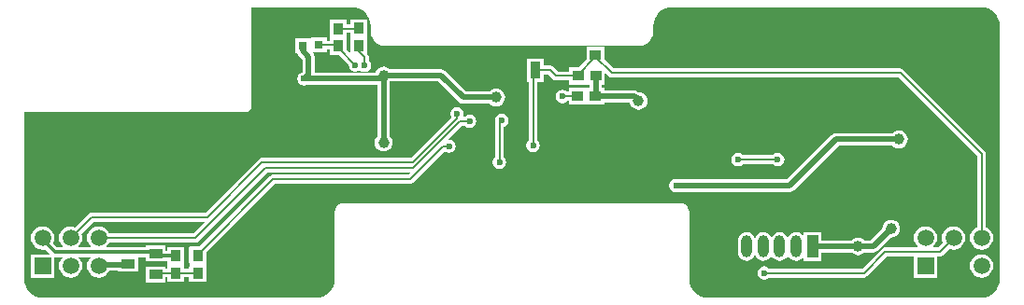
<source format=gtl>
G04 Layer_Physical_Order=1*
G04 Layer_Color=255*
%FSLAX44Y44*%
%MOMM*%
G71*
G01*
G75*
%ADD10R,0.9500X1.0000*%
%ADD11R,1.2000X0.8500*%
%ADD12R,1.0000X0.9500*%
%ADD13R,0.8000X0.7500*%
%ADD14R,1.4500X0.8000*%
%ADD15R,0.9000X1.5000*%
%ADD16C,0.5000*%
%ADD17C,0.2000*%
%ADD18C,0.3000*%
%ADD19R,1.0000X2.0000*%
%ADD20O,1.0000X2.0000*%
%ADD21C,1.5000*%
%ADD22R,1.5000X1.5000*%
%ADD23C,1.0000*%
%ADD24C,0.6000*%
%ADD25C,1.0000*%
%ADD26C,0.6600*%
G36*
X853696Y234666D02*
X856864Y233705D01*
X859784Y232144D01*
X862344Y230044D01*
X864445Y227484D01*
X866006Y224564D01*
X866967Y221395D01*
X867287Y218148D01*
X867277Y218100D01*
Y-11900D01*
X867287Y-11948D01*
X866967Y-15195D01*
X866006Y-18364D01*
X864445Y-21284D01*
X862344Y-23844D01*
X859784Y-25944D01*
X856864Y-27505D01*
X853696Y-28466D01*
X850449Y-28786D01*
X850400Y-28777D01*
X602900D01*
X602852Y-28786D01*
X599605Y-28466D01*
X596437Y-27505D01*
X593516Y-25944D01*
X590957Y-23844D01*
X588856Y-21284D01*
X587295Y-18364D01*
X586334Y-15195D01*
X586014Y-11948D01*
X586024Y-11900D01*
Y49100D01*
X586033D01*
X585756Y51205D01*
X584944Y53167D01*
X583651Y54851D01*
X581967Y56143D01*
X580005Y56956D01*
X577900Y57233D01*
Y57224D01*
X272900D01*
Y57233D01*
X270795Y56956D01*
X268834Y56143D01*
X267149Y54851D01*
X265857Y53167D01*
X265044Y51205D01*
X264767Y49100D01*
X264777D01*
Y-11900D01*
X264786Y-11948D01*
X264466Y-15195D01*
X263505Y-18364D01*
X261944Y-21284D01*
X259844Y-23844D01*
X257284Y-25944D01*
X254364Y-27505D01*
X251195Y-28466D01*
X247948Y-28786D01*
X247900Y-28777D01*
X400D01*
X352Y-28786D01*
X-2895Y-28466D01*
X-6064Y-27505D01*
X-8984Y-25944D01*
X-11544Y-23844D01*
X-13644Y-21284D01*
X-15205Y-18364D01*
X-16166Y-15195D01*
X-16486Y-11948D01*
X-16477Y-11900D01*
Y140188D01*
X186166D01*
X189166Y143188D01*
Y234977D01*
X280400D01*
X280448Y234986D01*
X283695Y234666D01*
X286864Y233705D01*
X289784Y232144D01*
X292344Y230044D01*
X294444Y227484D01*
X296005Y224564D01*
X296966Y221395D01*
X297286Y218148D01*
X297277Y218100D01*
Y213100D01*
X297224D01*
X297673Y209690D01*
X298989Y206512D01*
X301083Y203783D01*
X303812Y201689D01*
X306990Y200373D01*
X310400Y199924D01*
Y199977D01*
X540400D01*
Y199924D01*
X543811Y200373D01*
X546988Y201689D01*
X549717Y203783D01*
X551811Y206512D01*
X553128Y209690D01*
X553577Y213100D01*
X553524D01*
Y218100D01*
X553514Y218148D01*
X553834Y221395D01*
X554795Y224564D01*
X556356Y227484D01*
X558457Y230044D01*
X561016Y232144D01*
X563937Y233705D01*
X567105Y234666D01*
X570352Y234986D01*
X570400Y234977D01*
X850400D01*
X850449Y234986D01*
X853696Y234666D01*
D02*
G37*
%LPC*%
G36*
X769000Y42069D02*
X766912Y41794D01*
X764966Y40988D01*
X763294Y39706D01*
X762012Y38035D01*
X761206Y36088D01*
X760931Y34000D01*
X760947Y33878D01*
X750445Y23375D01*
X744781D01*
X744706Y23473D01*
X743035Y24756D01*
X741088Y25562D01*
X739000Y25837D01*
X736912Y25562D01*
X734966Y24756D01*
X733294Y23473D01*
X733219Y23375D01*
X705952D01*
Y30768D01*
X689952D01*
Y26773D01*
X689940Y26802D01*
X688658Y28473D01*
X686986Y29756D01*
X685040Y30562D01*
X682952Y30837D01*
X680864Y30562D01*
X678917Y29756D01*
X677246Y28473D01*
X675964Y26802D01*
X675452Y25566D01*
X674940Y26802D01*
X673658Y28473D01*
X671986Y29756D01*
X670040Y30562D01*
X667952Y30837D01*
X665864Y30562D01*
X663917Y29756D01*
X662246Y28473D01*
X660964Y26802D01*
X660452Y25566D01*
X659940Y26802D01*
X658658Y28473D01*
X656986Y29756D01*
X655040Y30562D01*
X652952Y30837D01*
X650863Y30562D01*
X648917Y29756D01*
X647246Y28473D01*
X645964Y26802D01*
X645452Y25566D01*
X644940Y26802D01*
X643658Y28473D01*
X641986Y29756D01*
X640040Y30562D01*
X637952Y30837D01*
X635863Y30562D01*
X633918Y29756D01*
X632246Y28473D01*
X630964Y26802D01*
X630158Y24856D01*
X629883Y22768D01*
Y12768D01*
X630158Y10679D01*
X630964Y8733D01*
X632246Y7062D01*
X633918Y5780D01*
X635863Y4974D01*
X637952Y4699D01*
X640040Y4974D01*
X641986Y5780D01*
X643658Y7062D01*
X644940Y8733D01*
X645452Y9969D01*
X645964Y8733D01*
X647246Y7062D01*
X648917Y5780D01*
X650863Y4974D01*
X652952Y4699D01*
X655040Y4974D01*
X656986Y5780D01*
X658658Y7062D01*
X659940Y8733D01*
X660452Y9969D01*
X660964Y8733D01*
X662246Y7062D01*
X663917Y5780D01*
X665864Y4974D01*
X667952Y4699D01*
X670040Y4974D01*
X671986Y5780D01*
X673658Y7062D01*
X674940Y8733D01*
X675452Y9969D01*
X675964Y8733D01*
X677246Y7062D01*
X678917Y5780D01*
X680864Y4974D01*
X682952Y4699D01*
X685040Y4974D01*
X686986Y5780D01*
X688658Y7062D01*
X689940Y8733D01*
X689952Y8762D01*
Y4768D01*
X705952D01*
Y12160D01*
X733219D01*
X733294Y12062D01*
X734966Y10780D01*
X736912Y9974D01*
X739000Y9699D01*
X741088Y9974D01*
X743035Y10780D01*
X744706Y12062D01*
X744781Y12160D01*
X752768D01*
X754914Y12587D01*
X756733Y13802D01*
X768878Y25947D01*
X769000Y25931D01*
X771088Y26206D01*
X773035Y27012D01*
X774706Y28294D01*
X775988Y29966D01*
X776794Y31912D01*
X777069Y34000D01*
X776794Y36088D01*
X775988Y38035D01*
X774706Y39706D01*
X773035Y40988D01*
X771088Y41794D01*
X769000Y42069D01*
D02*
G37*
G36*
X416095Y138470D02*
X413754Y138004D01*
X411769Y136678D01*
X410443Y134693D01*
X409978Y132352D01*
X410176Y131357D01*
X409942Y130180D01*
X409942Y130180D01*
Y98471D01*
X409694Y98306D01*
X408368Y96321D01*
X407902Y93980D01*
X408368Y91639D01*
X409694Y89654D01*
X411679Y88328D01*
X414020Y87863D01*
X416361Y88328D01*
X418346Y89654D01*
X419672Y91639D01*
X420137Y93980D01*
X419672Y96321D01*
X418346Y98306D01*
X418098Y98471D01*
Y126633D01*
X418436Y126700D01*
X420421Y128027D01*
X421747Y130011D01*
X422213Y132352D01*
X421747Y134693D01*
X420421Y136678D01*
X418436Y138004D01*
X416095Y138470D01*
D02*
G37*
G36*
X630141Y102838D02*
X627800Y102373D01*
X625815Y101047D01*
X624489Y99062D01*
X624023Y96721D01*
X624489Y94380D01*
X625815Y92395D01*
X627800Y91069D01*
X630141Y90603D01*
X632482Y91069D01*
X634467Y92395D01*
X634632Y92643D01*
X661504D01*
X661781Y92227D01*
X663766Y90901D01*
X666107Y90435D01*
X668448Y90901D01*
X670433Y92227D01*
X671759Y94212D01*
X672224Y96553D01*
X671759Y98894D01*
X670433Y100879D01*
X668448Y102205D01*
X666107Y102671D01*
X663766Y102205D01*
X661781Y100879D01*
X661728Y100799D01*
X634632D01*
X634467Y101047D01*
X632482Y102373D01*
X630141Y102838D01*
D02*
G37*
G36*
X850900Y10591D02*
X848159Y10230D01*
X845605Y9172D01*
X843411Y7489D01*
X841728Y5295D01*
X840670Y2741D01*
X840309Y0D01*
X840670Y-2741D01*
X841728Y-5295D01*
X843411Y-7489D01*
X845605Y-9172D01*
X848159Y-10230D01*
X850900Y-10591D01*
X853641Y-10230D01*
X856195Y-9172D01*
X858389Y-7489D01*
X860072Y-5295D01*
X861130Y-2741D01*
X861491Y0D01*
X861130Y2741D01*
X860072Y5295D01*
X858389Y7489D01*
X856195Y9172D01*
X853641Y10230D01*
X850900Y10591D01*
D02*
G37*
G36*
X148319Y1810D02*
X132819D01*
Y-2112D01*
X128138D01*
Y1376D01*
X112638D01*
Y-2112D01*
X111500D01*
Y-250D01*
X93500D01*
Y-14750D01*
X111500D01*
Y-10268D01*
X112638D01*
Y-14624D01*
X128138D01*
Y-10268D01*
X132819D01*
Y-14190D01*
X148319D01*
Y1810D01*
D02*
G37*
G36*
X825500Y35991D02*
X822759Y35630D01*
X820205Y34572D01*
X818011Y32889D01*
X816328Y30695D01*
X815270Y28141D01*
X814909Y25400D01*
X815270Y22659D01*
X815774Y21442D01*
X811111Y16778D01*
X806112D01*
X807589Y17911D01*
X809272Y20105D01*
X810330Y22659D01*
X810691Y25400D01*
X810330Y28141D01*
X809272Y30695D01*
X807589Y32889D01*
X805395Y34572D01*
X802841Y35630D01*
X800100Y35991D01*
X797359Y35630D01*
X794805Y34572D01*
X792611Y32889D01*
X790928Y30695D01*
X789870Y28141D01*
X789509Y25400D01*
X789870Y22659D01*
X790928Y20105D01*
X792611Y17911D01*
X794088Y16778D01*
X763270D01*
X761709Y16468D01*
X760386Y15584D01*
X760386Y15584D01*
X742531Y-2272D01*
X658541D01*
X658376Y-2024D01*
X656391Y-698D01*
X654050Y-233D01*
X651709Y-698D01*
X649724Y-2024D01*
X648398Y-4009D01*
X647933Y-6350D01*
X648398Y-8691D01*
X649724Y-10676D01*
X651709Y-12002D01*
X654050Y-12467D01*
X656391Y-12002D01*
X658376Y-10676D01*
X658541Y-10428D01*
X744220D01*
X744220Y-10428D01*
X745522Y-10169D01*
X745781Y-10118D01*
X747104Y-9234D01*
X764959Y8622D01*
X789600D01*
Y-10500D01*
X810600D01*
Y8622D01*
X812800D01*
X812800Y8622D01*
X814102Y8881D01*
X814361Y8932D01*
X815684Y9816D01*
X821542Y15674D01*
X822759Y15170D01*
X825500Y14809D01*
X828241Y15170D01*
X830795Y16228D01*
X832989Y17911D01*
X834672Y20105D01*
X835730Y22659D01*
X836091Y25400D01*
X835730Y28141D01*
X834672Y30695D01*
X832989Y32889D01*
X830795Y34572D01*
X828241Y35630D01*
X825500Y35991D01*
D02*
G37*
G36*
X508899Y199264D02*
X492899D01*
Y187517D01*
X485714Y180332D01*
X477220D01*
Y176660D01*
X467108D01*
X463146Y180622D01*
X461823Y181506D01*
X461564Y181557D01*
X460262Y181816D01*
X460262Y181816D01*
X454112D01*
Y188238D01*
X439112D01*
Y167238D01*
X440422D01*
Y113711D01*
X440174Y113546D01*
X438848Y111561D01*
X438382Y109220D01*
X438848Y106879D01*
X440174Y104894D01*
X442159Y103568D01*
X444500Y103103D01*
X446841Y103568D01*
X448826Y104894D01*
X450152Y106879D01*
X450617Y109220D01*
X450152Y111561D01*
X448826Y113546D01*
X448578Y113711D01*
Y167238D01*
X454112D01*
Y173659D01*
X458573D01*
X462534Y169698D01*
X462534Y169698D01*
X463857Y168814D01*
X465418Y168503D01*
X477220D01*
Y164832D01*
X493220D01*
Y176302D01*
X493220Y176302D01*
Y164832D01*
X495612D01*
Y161750D01*
X493000D01*
Y146250D01*
X509000D01*
Y148392D01*
X532143D01*
X532206Y147912D01*
X533012Y145965D01*
X534294Y144294D01*
X535965Y143012D01*
X537912Y142206D01*
X540000Y141931D01*
X542088Y142206D01*
X544035Y143012D01*
X545706Y144294D01*
X546988Y145965D01*
X547794Y147912D01*
X548069Y150000D01*
X547794Y152088D01*
X546988Y154035D01*
X545706Y155706D01*
X544035Y156988D01*
X542088Y157794D01*
X540000Y158069D01*
X539841Y158048D01*
X538146Y159181D01*
X536000Y159608D01*
X509000D01*
Y161750D01*
X506828D01*
Y164832D01*
X509220D01*
Y175892D01*
X512736Y172376D01*
X512736Y172376D01*
X514059Y171492D01*
X515620Y171182D01*
X775551D01*
X846822Y99911D01*
Y35076D01*
X845605Y34572D01*
X843411Y32889D01*
X841728Y30695D01*
X840670Y28141D01*
X840309Y25400D01*
X840670Y22659D01*
X841728Y20105D01*
X843411Y17911D01*
X845605Y16228D01*
X848159Y15170D01*
X850900Y14809D01*
X853641Y15170D01*
X856195Y16228D01*
X858389Y17911D01*
X860072Y20105D01*
X861130Y22659D01*
X861491Y25400D01*
X861130Y28141D01*
X860072Y30695D01*
X858389Y32889D01*
X856195Y34572D01*
X854978Y35076D01*
Y101600D01*
X854668Y103161D01*
X853784Y104484D01*
X853784Y104484D01*
X780124Y178144D01*
X778801Y179028D01*
X778542Y179079D01*
X777240Y179338D01*
X777240Y179338D01*
X517309D01*
X508899Y187749D01*
Y199264D01*
D02*
G37*
G36*
X294245Y207824D02*
X278745D01*
Y192863D01*
X275423Y196186D01*
Y207582D01*
X259923D01*
Y204612D01*
X257452D01*
Y207283D01*
X243452D01*
Y195478D01*
X242588Y196343D01*
Y207101D01*
X228588D01*
Y193601D01*
X230341D01*
X230407Y193266D01*
X231623Y191447D01*
X235392Y187677D01*
Y176323D01*
X234737Y175667D01*
X234659Y175652D01*
X232674Y174326D01*
X231348Y172341D01*
X230882Y170000D01*
X231348Y167659D01*
X232674Y165674D01*
X234659Y164348D01*
X237000Y163883D01*
X239341Y164348D01*
X239407Y164392D01*
X303392D01*
Y117781D01*
X303294Y117706D01*
X302012Y116034D01*
X301206Y114088D01*
X300931Y112000D01*
X301206Y109912D01*
X302012Y107965D01*
X303294Y106294D01*
X304965Y105012D01*
X306912Y104206D01*
X309000Y103931D01*
X311088Y104206D01*
X313034Y105012D01*
X314706Y106294D01*
X315988Y107965D01*
X316794Y109912D01*
X317069Y112000D01*
X316794Y114088D01*
X315988Y116034D01*
X314706Y117706D01*
X314608Y117781D01*
Y167219D01*
X314706Y167294D01*
X314781Y167392D01*
X358677D01*
X377035Y149035D01*
X378854Y147819D01*
X381000Y147392D01*
X405219D01*
X405294Y147294D01*
X406965Y146012D01*
X408912Y145206D01*
X411000Y144931D01*
X413088Y145206D01*
X415034Y146012D01*
X416706Y147294D01*
X417988Y148966D01*
X418794Y150912D01*
X419069Y153000D01*
X418794Y155088D01*
X417988Y157035D01*
X416706Y158706D01*
X415034Y159988D01*
X413088Y160794D01*
X411000Y161069D01*
X408912Y160794D01*
X406965Y159988D01*
X405294Y158706D01*
X405219Y158608D01*
X383323D01*
X364965Y176965D01*
X363146Y178181D01*
X361000Y178608D01*
X314781D01*
X314706Y178706D01*
X313034Y179988D01*
X311088Y180794D01*
X309000Y181069D01*
X306912Y180794D01*
X304965Y179988D01*
X303294Y178706D01*
X302012Y177034D01*
X301421Y175608D01*
X246608D01*
Y190000D01*
X246181Y192146D01*
X245087Y193783D01*
X257452D01*
Y196455D01*
X259923D01*
Y191582D01*
X268491D01*
X277263Y182810D01*
X277205Y182518D01*
X277670Y180177D01*
X278997Y178193D01*
X280981Y176866D01*
X283322Y176401D01*
X285663Y176866D01*
X287274Y177943D01*
X289173Y176674D01*
X291514Y176208D01*
X293855Y176674D01*
X295840Y178000D01*
X297166Y179985D01*
X297632Y182326D01*
X297166Y184667D01*
X295840Y186652D01*
X295592Y186817D01*
Y189721D01*
X295592Y189721D01*
X295282Y191282D01*
X294989Y191721D01*
X294398Y192605D01*
X294398Y192605D01*
X294245Y192758D01*
Y207824D01*
D02*
G37*
G36*
Y223824D02*
X278745D01*
Y219660D01*
X275423D01*
Y223582D01*
X259923D01*
Y207582D01*
X275423D01*
Y211504D01*
X278745D01*
Y207824D01*
X294245D01*
Y223824D01*
D02*
G37*
G36*
X493000Y161750D02*
X477000D01*
Y158078D01*
X475491D01*
X475326Y158326D01*
X473341Y159652D01*
X471000Y160117D01*
X468659Y159652D01*
X466674Y158326D01*
X465348Y156341D01*
X464883Y154000D01*
X465348Y151659D01*
X466674Y149674D01*
X468659Y148348D01*
X471000Y147882D01*
X473341Y148348D01*
X475326Y149674D01*
X475491Y149922D01*
X477000D01*
Y146250D01*
X493000D01*
Y161750D01*
D02*
G37*
G36*
X776000Y123069D02*
X773912Y122794D01*
X771965Y121988D01*
X770294Y120706D01*
X770219Y120608D01*
X719000D01*
X716854Y120181D01*
X715035Y118965D01*
X674677Y78608D01*
X576407D01*
X576341Y78652D01*
X574000Y79117D01*
X571659Y78652D01*
X569674Y77326D01*
X568348Y75341D01*
X567882Y73000D01*
X568348Y70659D01*
X569674Y68674D01*
X571659Y67348D01*
X574000Y66883D01*
X576341Y67348D01*
X576407Y67392D01*
X677000D01*
X679146Y67819D01*
X680965Y69035D01*
X721323Y109392D01*
X770219D01*
X770294Y109294D01*
X771965Y108012D01*
X773912Y107206D01*
X776000Y106931D01*
X778088Y107206D01*
X780034Y108012D01*
X781706Y109294D01*
X782988Y110965D01*
X783794Y112912D01*
X784069Y115000D01*
X783794Y117088D01*
X782988Y119035D01*
X781706Y120706D01*
X780034Y121988D01*
X778088Y122794D01*
X776000Y123069D01*
D02*
G37*
G36*
X375590Y144404D02*
X373249Y143938D01*
X371264Y142612D01*
X369938Y140628D01*
X369472Y138287D01*
X369938Y135945D01*
X370555Y135022D01*
X333591Y98058D01*
X198755D01*
X197194Y97748D01*
X195871Y96864D01*
X195871Y96864D01*
X147536Y48528D01*
X44450D01*
X42889Y48218D01*
X41566Y47334D01*
X41566Y47334D01*
X29358Y35126D01*
X28141Y35630D01*
X25400Y35991D01*
X22659Y35630D01*
X20105Y34572D01*
X17911Y32889D01*
X16228Y30695D01*
X15170Y28141D01*
X14809Y25400D01*
X15170Y22659D01*
X16228Y20105D01*
X17911Y17911D01*
X18837Y17201D01*
X12882D01*
X9408Y20675D01*
X10230Y22659D01*
X10591Y25400D01*
X10230Y28141D01*
X9172Y30695D01*
X7489Y32889D01*
X5295Y34572D01*
X2741Y35630D01*
X0Y35991D01*
X-2741Y35630D01*
X-5295Y34572D01*
X-7489Y32889D01*
X-9172Y30695D01*
X-10230Y28141D01*
X-10591Y25400D01*
X-10230Y22659D01*
X-9172Y20105D01*
X-7489Y17911D01*
X-5295Y16228D01*
X-2741Y15170D01*
X0Y14809D01*
X2030Y15077D01*
X6607Y10500D01*
X-10500D01*
Y-10500D01*
X10500D01*
Y8121D01*
X10982Y8025D01*
X18610D01*
X17911Y7489D01*
X16228Y5295D01*
X15170Y2741D01*
X14809Y0D01*
X15170Y-2741D01*
X16228Y-5295D01*
X17911Y-7489D01*
X20105Y-9172D01*
X22659Y-10230D01*
X25400Y-10591D01*
X28141Y-10230D01*
X30695Y-9172D01*
X32889Y-7489D01*
X34572Y-5295D01*
X35630Y-2741D01*
X35991Y0D01*
X35630Y2741D01*
X34572Y5295D01*
X32889Y7489D01*
X32190Y8025D01*
X44010D01*
X43311Y7489D01*
X41628Y5295D01*
X40570Y2741D01*
X40209Y0D01*
X40570Y-2741D01*
X41628Y-5295D01*
X43311Y-7489D01*
X45505Y-9172D01*
X48059Y-10230D01*
X50800Y-10591D01*
X53541Y-10230D01*
X56095Y-9172D01*
X58289Y-7489D01*
X59972Y-5295D01*
X60404Y-4251D01*
X68500D01*
Y-5250D01*
X86500D01*
Y8025D01*
X93446D01*
Y4148D01*
X111446D01*
Y4788D01*
X112638D01*
Y1376D01*
X128138D01*
Y17376D01*
X112638D01*
Y13964D01*
X111446D01*
Y18648D01*
X93446D01*
Y17201D01*
X57363D01*
X58289Y17911D01*
X59972Y20105D01*
X60476Y21322D01*
X138358D01*
X138358Y21322D01*
X139660Y21581D01*
X139919Y21632D01*
X141242Y22516D01*
X203547Y84822D01*
X333054D01*
X330995Y82763D01*
X208603D01*
X208603Y82763D01*
X207301Y82504D01*
X207042Y82452D01*
X205719Y81568D01*
X141960Y17810D01*
X132819D01*
Y1810D01*
X148319D01*
Y12633D01*
X210292Y74606D01*
X332685D01*
X332685Y74606D01*
X333986Y74865D01*
X334245Y74917D01*
X335569Y75801D01*
X364123Y104355D01*
X366015Y103091D01*
X368356Y102626D01*
X370697Y103091D01*
X372681Y104417D01*
X374007Y106402D01*
X374473Y108743D01*
X374007Y111084D01*
X372681Y113069D01*
X370697Y114395D01*
X368356Y114861D01*
X367394Y114670D01*
X379948Y127224D01*
X382533D01*
X382699Y126976D01*
X384683Y125650D01*
X387024Y125184D01*
X389366Y125650D01*
X391350Y126976D01*
X392676Y128961D01*
X393142Y131302D01*
X392676Y133643D01*
X391350Y135628D01*
X389366Y136954D01*
X387024Y137420D01*
X384683Y136954D01*
X382699Y135628D01*
X382533Y135380D01*
X380864D01*
X381242Y135945D01*
X381707Y138287D01*
X381242Y140628D01*
X379916Y142612D01*
X377931Y143938D01*
X375590Y144404D01*
D02*
G37*
%LPD*%
G36*
X136669Y29478D02*
X60476D01*
X59972Y30695D01*
X58289Y32889D01*
X56095Y34572D01*
X53541Y35630D01*
X50800Y35991D01*
X48059Y35630D01*
X45505Y34572D01*
X43311Y32889D01*
X41628Y30695D01*
X40570Y28141D01*
X40209Y25400D01*
X40570Y22659D01*
X41628Y20105D01*
X43311Y17911D01*
X44237Y17201D01*
X31963D01*
X32889Y17911D01*
X34572Y20105D01*
X35630Y22659D01*
X35991Y25400D01*
X35630Y28141D01*
X35126Y29358D01*
X46139Y40372D01*
X147562D01*
X136669Y29478D01*
D02*
G37*
D10*
X140569Y9810D02*
D03*
Y-6190D02*
D03*
X120388Y9376D02*
D03*
Y-6624D02*
D03*
X267673Y199582D02*
D03*
Y215582D02*
D03*
X286495Y215824D02*
D03*
Y199824D02*
D03*
D11*
X77500Y2000D02*
D03*
X102446Y11398D02*
D03*
X102500Y-7500D02*
D03*
D12*
X501000Y154000D02*
D03*
X485000D02*
D03*
X500899Y191514D02*
D03*
X484899D02*
D03*
X485220Y172582D02*
D03*
X501220D02*
D03*
D13*
X235588Y213851D02*
D03*
Y200351D02*
D03*
X250452Y200533D02*
D03*
Y214033D02*
D03*
D14*
X459286Y196534D02*
D03*
X391824D02*
D03*
D15*
X446612Y177738D02*
D03*
X404600D02*
D03*
D16*
X790000Y49000D02*
X804000Y63000D01*
X597000Y49000D02*
X790000D01*
X804000Y63000D02*
Y75680D01*
X237000Y170000D02*
X241000Y174000D01*
Y190000D01*
X235588Y195412D02*
X241000Y190000D01*
X235588Y195412D02*
Y200351D01*
X50800Y0D02*
X52157Y1357D01*
X75241D01*
X752768Y17768D02*
X769000Y34000D01*
X697952Y17768D02*
X739000D01*
X752768D01*
X501220Y154220D02*
Y172582D01*
X501000Y154000D02*
X501220Y154220D01*
X501000Y154000D02*
X536000D01*
X540000Y150000D01*
X237000Y170000D02*
X306000D01*
X309000Y173000D01*
X361000D01*
X381000Y153000D01*
X411000D01*
X585000Y61000D02*
X597000Y49000D01*
X574000Y73000D02*
X677000D01*
X719000Y115000D01*
X309000Y112000D02*
Y173000D01*
X719000Y115000D02*
X776000D01*
D17*
X499861Y188711D02*
X500899D01*
X465418Y172582D02*
X485220D01*
X460262Y177738D02*
X465418Y172582D01*
X446612Y177738D02*
X460262D01*
X444500Y175626D02*
X446612Y177738D01*
X665939Y96721D02*
X666107Y96553D01*
X140569Y10651D02*
X208603Y78685D01*
X140569Y9810D02*
Y10651D01*
X291514Y182326D02*
Y189721D01*
X286495Y194740D02*
X291514Y189721D01*
X286495Y194740D02*
Y199824D01*
X286253Y215582D02*
X286495Y215824D01*
X267673Y215582D02*
X286253D01*
X266721Y200533D02*
X267673Y199582D01*
X250452Y200533D02*
X266721D01*
X267673Y198168D02*
Y199582D01*
Y198168D02*
X283322Y182518D01*
X444500Y109220D02*
Y175626D01*
X471000Y154000D02*
X485000D01*
X414020Y130180D02*
X416067Y132227D01*
X414020Y93980D02*
Y130180D01*
X201858Y88900D02*
X335857D01*
X198755Y93980D02*
X335280D01*
X375590Y134290D01*
Y138287D01*
X335857Y88900D02*
X378259Y131302D01*
X387024D01*
X630141Y96721D02*
X665939D01*
X654050Y-6350D02*
X744220D01*
X763270Y12700D01*
X812800D01*
X825500Y25400D01*
X208603Y78685D02*
X332685D01*
X362743Y108743D01*
X368356D01*
X777240Y175260D02*
X850900Y101600D01*
Y25400D02*
Y101600D01*
X500899Y189981D02*
Y191514D01*
Y189981D02*
X515620Y175260D01*
X777240D01*
X485220Y172582D02*
Y174070D01*
X499861Y188711D01*
X50800Y25400D02*
X138358D01*
X201858Y88900D01*
X25400Y25400D02*
X44450Y44450D01*
X149225D01*
X198755Y93980D01*
X100241Y-8143D02*
X102194Y-6190D01*
X140569D01*
D18*
X10982Y12613D02*
X98329D01*
X0Y23595D02*
X10982Y12613D01*
X0Y23595D02*
Y25400D01*
X101566Y9376D02*
X120388D01*
X98329Y12613D02*
X101566Y9376D01*
D19*
X697952Y17768D02*
D03*
D20*
X682952D02*
D03*
X667952D02*
D03*
X652952D02*
D03*
X637952D02*
D03*
X622952D02*
D03*
D21*
X50800Y25400D02*
D03*
Y0D02*
D03*
X25400Y25400D02*
D03*
Y0D02*
D03*
X0Y25400D02*
D03*
X850900D02*
D03*
Y0D02*
D03*
X825500Y25400D02*
D03*
Y0D02*
D03*
X800100Y25400D02*
D03*
D22*
X0Y0D02*
D03*
X800100D02*
D03*
D23*
X265062Y148088D02*
D03*
X277062D02*
D03*
X265062Y136088D02*
D03*
X277062D02*
D03*
D24*
X431800Y133350D02*
D03*
X585000Y61000D02*
D03*
X804000Y75680D02*
D03*
X237000Y170000D02*
D03*
X444500Y109220D02*
D03*
X666107Y96553D02*
D03*
X387024Y131302D02*
D03*
X368356Y108743D02*
D03*
X375590Y138287D02*
D03*
X283322Y182518D02*
D03*
X291514Y182326D02*
D03*
X416095Y132352D02*
D03*
X471000Y154000D02*
D03*
X192000Y165000D02*
D03*
Y149000D02*
D03*
X574000Y73000D02*
D03*
X457200Y106680D02*
D03*
X472440D02*
D03*
X487680D02*
D03*
X502920D02*
D03*
X520700D02*
D03*
X538480D02*
D03*
X556260D02*
D03*
X571500D02*
D03*
X589280D02*
D03*
X609600D02*
D03*
X320040Y147320D02*
D03*
X332740D02*
D03*
X345440D02*
D03*
Y162560D02*
D03*
X184150Y96520D02*
D03*
X389890Y181610D02*
D03*
Y165100D02*
D03*
X401320Y132080D02*
D03*
X391160Y142240D02*
D03*
X414020Y93980D02*
D03*
X311150Y196850D02*
D03*
X323850D02*
D03*
X336550D02*
D03*
X349250D02*
D03*
X363220D02*
D03*
X422910Y172720D02*
D03*
X435610D02*
D03*
X430530Y182880D02*
D03*
Y163830D02*
D03*
X445770Y195580D02*
D03*
X472440D02*
D03*
Y182880D02*
D03*
X452120Y161290D02*
D03*
X472440Y163830D02*
D03*
X462280Y165100D02*
D03*
X455930Y133350D02*
D03*
X472440D02*
D03*
X487680D02*
D03*
X502920D02*
D03*
X520700D02*
D03*
X538480D02*
D03*
X556260D02*
D03*
X571500D02*
D03*
X589280D02*
D03*
X609600D02*
D03*
X627380D02*
D03*
X645160D02*
D03*
X666750D02*
D03*
X690880D02*
D03*
X709930D02*
D03*
X690880Y120650D02*
D03*
X709930D02*
D03*
X722630Y105410D02*
D03*
X741680D02*
D03*
X708660Y91440D02*
D03*
X722630Y90170D02*
D03*
X741680Y93980D02*
D03*
X377190Y196850D02*
D03*
X402590D02*
D03*
X334010Y121920D02*
D03*
X257810Y101600D02*
D03*
X248920Y102870D02*
D03*
X228600Y129540D02*
D03*
X208280Y101600D02*
D03*
X518160Y195580D02*
D03*
Y184150D02*
D03*
Y165100D02*
D03*
X533400Y195580D02*
D03*
Y184150D02*
D03*
Y165100D02*
D03*
X630141Y96721D02*
D03*
X654050Y-6350D02*
D03*
X594890Y83370D02*
D03*
X130810Y19050D02*
D03*
X74930Y35560D02*
D03*
X91440D02*
D03*
X111760D02*
D03*
X130810D02*
D03*
Y1270D02*
D03*
X-10160Y134620D02*
D03*
X2540D02*
D03*
X15240D02*
D03*
X27940D02*
D03*
X40640D02*
D03*
X53340D02*
D03*
X66040D02*
D03*
X78740D02*
D03*
X91440D02*
D03*
X104140D02*
D03*
X116840D02*
D03*
X129540D02*
D03*
X142240D02*
D03*
X154940D02*
D03*
X-10160Y121920D02*
D03*
X2540D02*
D03*
X15240D02*
D03*
X27940D02*
D03*
X40640D02*
D03*
X53340D02*
D03*
X66040D02*
D03*
X78740D02*
D03*
X91440D02*
D03*
X104140D02*
D03*
X116840D02*
D03*
X129540D02*
D03*
X142240D02*
D03*
X154940D02*
D03*
Y109220D02*
D03*
X167640D02*
D03*
X184150Y118110D02*
D03*
X167640Y121920D02*
D03*
X-10160Y109220D02*
D03*
Y96520D02*
D03*
Y83820D02*
D03*
X2540Y109220D02*
D03*
X15240D02*
D03*
X27940D02*
D03*
X40640D02*
D03*
X53340D02*
D03*
X66040D02*
D03*
X78740D02*
D03*
X91440D02*
D03*
X104140D02*
D03*
X116840D02*
D03*
X129540D02*
D03*
X142240D02*
D03*
X2540Y96520D02*
D03*
Y83820D02*
D03*
X15240D02*
D03*
Y96520D02*
D03*
X27940D02*
D03*
Y83820D02*
D03*
X40640Y96520D02*
D03*
Y83820D02*
D03*
X53340Y96520D02*
D03*
Y83820D02*
D03*
X66040Y96520D02*
D03*
Y83820D02*
D03*
X78740Y96520D02*
D03*
Y83820D02*
D03*
X91440Y96520D02*
D03*
Y83820D02*
D03*
X104140Y96520D02*
D03*
Y83820D02*
D03*
X116840Y96520D02*
D03*
Y83820D02*
D03*
X129540Y96520D02*
D03*
Y83820D02*
D03*
X142240Y96520D02*
D03*
Y83820D02*
D03*
X154940Y96520D02*
D03*
Y83820D02*
D03*
X167640Y96520D02*
D03*
Y83820D02*
D03*
X-10160Y71120D02*
D03*
X2540D02*
D03*
X15240D02*
D03*
X27940D02*
D03*
X40640D02*
D03*
X53340D02*
D03*
X66040D02*
D03*
X78740D02*
D03*
X91440D02*
D03*
X104140D02*
D03*
X116840D02*
D03*
X129540D02*
D03*
X142240D02*
D03*
X154940D02*
D03*
X-10160Y58420D02*
D03*
X2540D02*
D03*
X15240D02*
D03*
X40640D02*
D03*
X66040D02*
D03*
X78740D02*
D03*
X91440D02*
D03*
X104140D02*
D03*
X116840D02*
D03*
X129540D02*
D03*
X142240D02*
D03*
X-10160Y45720D02*
D03*
X2540D02*
D03*
X12700Y35560D02*
D03*
X73660Y-7620D02*
D03*
X88900D02*
D03*
X154940Y10160D02*
D03*
Y-2540D02*
D03*
X167640Y10160D02*
D03*
Y-2540D02*
D03*
X180340Y10160D02*
D03*
X167640Y22860D02*
D03*
X180340D02*
D03*
Y38100D02*
D03*
X193040D02*
D03*
Y22860D02*
D03*
Y50800D02*
D03*
X203200Y60960D02*
D03*
X213360Y71120D02*
D03*
X220980Y40640D02*
D03*
X238760Y60960D02*
D03*
X228600Y50800D02*
D03*
X256540Y61152D02*
D03*
Y40640D02*
D03*
X238760D02*
D03*
X256540Y22860D02*
D03*
X238760D02*
D03*
X256540Y5080D02*
D03*
X238760D02*
D03*
X256540Y-12700D02*
D03*
X238760D02*
D03*
X248920Y50800D02*
D03*
X591820Y-12700D02*
D03*
X604520Y-25400D02*
D03*
X246380Y228600D02*
D03*
X264160D02*
D03*
X281940D02*
D03*
X254000Y185420D02*
D03*
X193040Y198120D02*
D03*
Y223520D02*
D03*
Y210820D02*
D03*
X228600Y182880D02*
D03*
X276860Y62230D02*
D03*
X294640D02*
D03*
X312420D02*
D03*
X330200D02*
D03*
X347980D02*
D03*
X365760D02*
D03*
X383540D02*
D03*
X401320D02*
D03*
X419100D02*
D03*
X436880D02*
D03*
X454660D02*
D03*
X472440D02*
D03*
X490220D02*
D03*
X508000D02*
D03*
X525780D02*
D03*
X543560D02*
D03*
X561340D02*
D03*
X629920Y83820D02*
D03*
X623570Y60960D02*
D03*
Y34290D02*
D03*
Y46990D02*
D03*
X666750Y110490D02*
D03*
Y83820D02*
D03*
Y62230D02*
D03*
Y48260D02*
D03*
Y35560D02*
D03*
X680720Y62230D02*
D03*
Y35560D02*
D03*
Y48260D02*
D03*
X693420Y62230D02*
D03*
Y48260D02*
D03*
Y35560D02*
D03*
X707390Y48260D02*
D03*
X563880Y160020D02*
D03*
X576580D02*
D03*
X589280D02*
D03*
X549910Y195580D02*
D03*
Y184150D02*
D03*
X563880Y223520D02*
D03*
Y210820D02*
D03*
Y198120D02*
D03*
Y185420D02*
D03*
X576580Y223520D02*
D03*
Y210820D02*
D03*
Y198120D02*
D03*
Y185420D02*
D03*
X589280Y223520D02*
D03*
Y210820D02*
D03*
Y198120D02*
D03*
Y185420D02*
D03*
X601980Y223520D02*
D03*
Y210820D02*
D03*
Y198120D02*
D03*
Y185420D02*
D03*
X614680Y223520D02*
D03*
Y210820D02*
D03*
Y198120D02*
D03*
Y185420D02*
D03*
X627380Y223520D02*
D03*
Y210820D02*
D03*
Y198120D02*
D03*
Y185420D02*
D03*
X601980Y160020D02*
D03*
X614680D02*
D03*
X627380D02*
D03*
X640080Y223520D02*
D03*
Y210820D02*
D03*
Y198120D02*
D03*
Y185420D02*
D03*
X652780Y223520D02*
D03*
Y210820D02*
D03*
Y198120D02*
D03*
Y185420D02*
D03*
X640080Y160020D02*
D03*
X652780D02*
D03*
X665480Y223520D02*
D03*
Y210820D02*
D03*
Y198120D02*
D03*
Y185420D02*
D03*
Y160020D02*
D03*
X678180Y223520D02*
D03*
Y210820D02*
D03*
Y198120D02*
D03*
Y185420D02*
D03*
X690880Y223520D02*
D03*
Y210820D02*
D03*
Y198120D02*
D03*
Y185420D02*
D03*
X703580Y223520D02*
D03*
Y210820D02*
D03*
Y198120D02*
D03*
Y185420D02*
D03*
X716280Y223520D02*
D03*
Y210820D02*
D03*
Y198120D02*
D03*
Y185420D02*
D03*
X728980Y223520D02*
D03*
Y210820D02*
D03*
Y198120D02*
D03*
Y185420D02*
D03*
X741680Y223520D02*
D03*
Y210820D02*
D03*
Y198120D02*
D03*
Y185420D02*
D03*
X754380Y198120D02*
D03*
Y210820D02*
D03*
Y223520D02*
D03*
X767080D02*
D03*
Y210820D02*
D03*
Y198120D02*
D03*
X779780D02*
D03*
Y210820D02*
D03*
Y223520D02*
D03*
X792480D02*
D03*
Y210820D02*
D03*
Y198120D02*
D03*
X805180Y223520D02*
D03*
Y210820D02*
D03*
Y198120D02*
D03*
X817880Y223520D02*
D03*
Y210820D02*
D03*
Y198120D02*
D03*
X805180Y185420D02*
D03*
X817880D02*
D03*
X830580Y223520D02*
D03*
Y210820D02*
D03*
Y198120D02*
D03*
Y185420D02*
D03*
X843280Y223520D02*
D03*
Y210820D02*
D03*
Y198120D02*
D03*
Y185420D02*
D03*
X855980Y223520D02*
D03*
Y210820D02*
D03*
Y198120D02*
D03*
Y185420D02*
D03*
X678180Y160020D02*
D03*
X690880D02*
D03*
X703580D02*
D03*
X716280D02*
D03*
X728980D02*
D03*
X741680D02*
D03*
X754380D02*
D03*
Y185420D02*
D03*
Y147320D02*
D03*
X741680D02*
D03*
Y134620D02*
D03*
X754380D02*
D03*
X728980Y147320D02*
D03*
X830580Y152400D02*
D03*
X843280D02*
D03*
X731520Y71120D02*
D03*
X756920Y60960D02*
D03*
X769620D02*
D03*
X782320D02*
D03*
X795020D02*
D03*
X810260D02*
D03*
X822960D02*
D03*
X782320Y35560D02*
D03*
X795020Y48260D02*
D03*
X782320D02*
D03*
X810260D02*
D03*
X822960D02*
D03*
X789940Y134620D02*
D03*
X802640D02*
D03*
X789940Y121920D02*
D03*
X802640D02*
D03*
X815340D02*
D03*
X802640Y109220D02*
D03*
X833120Y86360D02*
D03*
X843280D02*
D03*
X708660Y35560D02*
D03*
X723900D02*
D03*
X708660Y5080D02*
D03*
X734060D02*
D03*
X345440Y116840D02*
D03*
X614680Y88900D02*
D03*
X708660Y-17780D02*
D03*
X734060D02*
D03*
X721360D02*
D03*
X695960D02*
D03*
X721360Y5080D02*
D03*
X746760Y-17780D02*
D03*
X762000D02*
D03*
X777240D02*
D03*
X792480D02*
D03*
X807720D02*
D03*
X822960D02*
D03*
X840740D02*
D03*
X858520D02*
D03*
X861060Y12700D02*
D03*
Y40640D02*
D03*
Y55880D02*
D03*
X208280Y-25400D02*
D03*
X226060D02*
D03*
X246380D02*
D03*
X855980Y172720D02*
D03*
Y160020D02*
D03*
Y144780D02*
D03*
Y132080D02*
D03*
Y119380D02*
D03*
X861060Y86360D02*
D03*
X789940Y109220D02*
D03*
X815340D02*
D03*
X231140Y228600D02*
D03*
X246380Y215900D02*
D03*
D25*
X776000Y115000D02*
D03*
X769000Y34000D02*
D03*
X739000Y17768D02*
D03*
X540000Y150000D02*
D03*
X309000Y173000D02*
D03*
X411000Y153000D02*
D03*
X309000Y112000D02*
D03*
D26*
X289062Y160088D02*
D03*
X277062D02*
D03*
X265062D02*
D03*
X253062D02*
D03*
X289062Y148088D02*
D03*
X277062Y148088D02*
D03*
X265062D02*
D03*
X253062Y148088D02*
D03*
X289062Y136088D02*
D03*
X277062D02*
D03*
X265062D02*
D03*
X253062D02*
D03*
X289062Y124088D02*
D03*
X277062D02*
D03*
X265062D02*
D03*
X253062D02*
D03*
M02*

</source>
